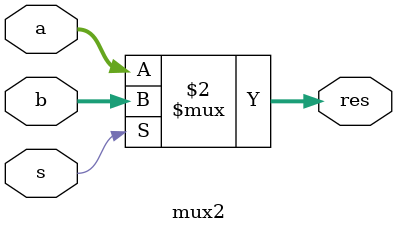
<source format=v>
`timescale 1ns / 1ps


module mux2 #(parameter size=4)(
  input s,
  input [size-1:0] a,
  input [size-1:0] b,
  output  [size-1:0] res
  );
  
assign res = (s==0) ? a : b;
endmodule


</source>
